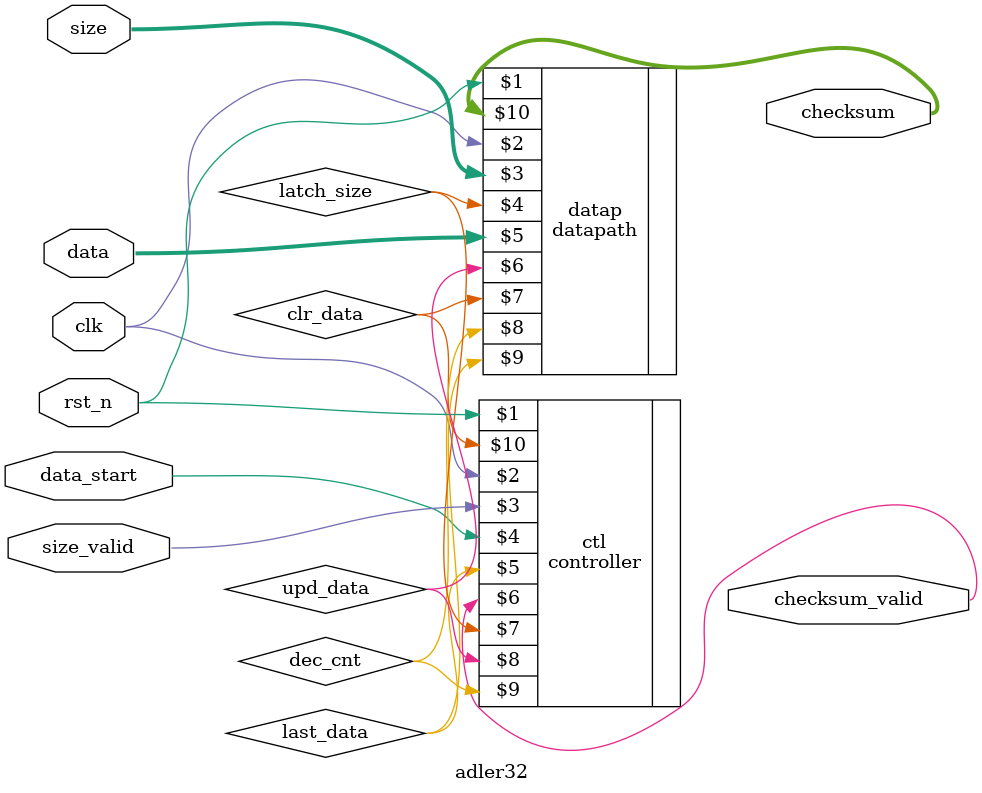
<source format=v>
module adler32 (
  input         rst_n, clk,
  input         size_valid,
  input  [31:0] size,
  input         data_start,
  input  [ 7:0] data,
  output        checksum_valid,
  output [31:0] checksum
);

  wire latch_size, upd_data, dec_cnt, clr_data;

  controller ctl( rst_n, clk, size_valid, data_start,
    last_data, checksum_valid, latch_size, upd_data,
    dec_cnt, clr_data );

  datapath datap( rst_n, clk, size, latch_size, data,
    upd_data, clr_data, dec_cnt, last_data, checksum );

endmodule

</source>
